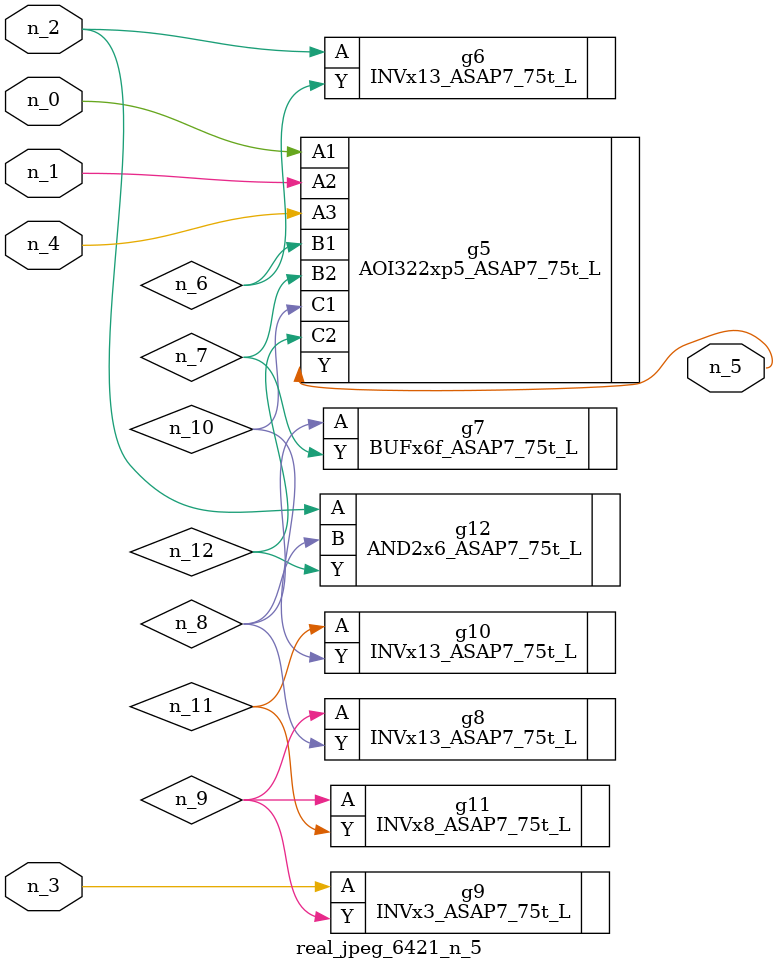
<source format=v>
module real_jpeg_6421_n_5 (n_4, n_0, n_1, n_2, n_3, n_5);

input n_4;
input n_0;
input n_1;
input n_2;
input n_3;

output n_5;

wire n_12;
wire n_8;
wire n_11;
wire n_6;
wire n_7;
wire n_10;
wire n_9;

AOI322xp5_ASAP7_75t_L g5 ( 
.A1(n_0),
.A2(n_1),
.A3(n_4),
.B1(n_6),
.B2(n_7),
.C1(n_10),
.C2(n_12),
.Y(n_5)
);

INVx13_ASAP7_75t_L g6 ( 
.A(n_2),
.Y(n_6)
);

AND2x6_ASAP7_75t_L g12 ( 
.A(n_2),
.B(n_8),
.Y(n_12)
);

INVx3_ASAP7_75t_L g9 ( 
.A(n_3),
.Y(n_9)
);

BUFx6f_ASAP7_75t_L g7 ( 
.A(n_8),
.Y(n_7)
);

INVx13_ASAP7_75t_L g8 ( 
.A(n_9),
.Y(n_8)
);

INVx8_ASAP7_75t_L g11 ( 
.A(n_9),
.Y(n_11)
);

INVx13_ASAP7_75t_L g10 ( 
.A(n_11),
.Y(n_10)
);


endmodule
</source>
